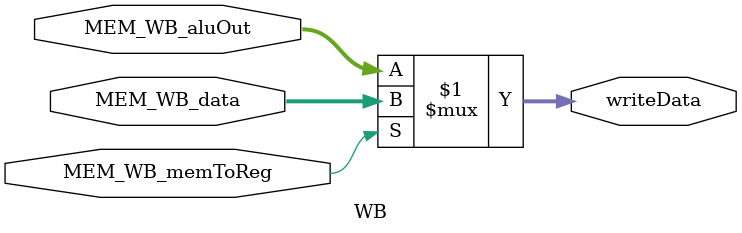
<source format=v>
module WB(
	input [31:0]MEM_WB_aluOut,
	input [31:0]MEM_WB_data,
	input MEM_WB_memToReg,
	output [31:0]writeData);

	assign writeData = MEM_WB_memToReg?MEM_WB_data:MEM_WB_aluOut;
	
endmodule
</source>
